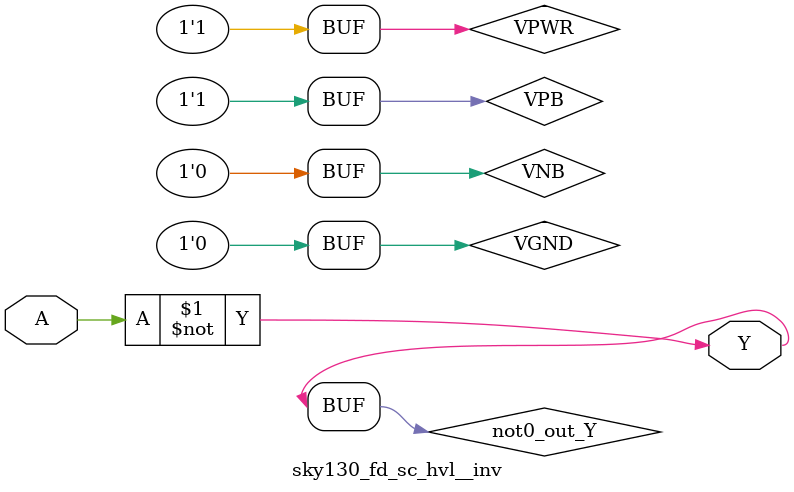
<source format=v>
/*
 * Copyright 2020 The SkyWater PDK Authors
 *
 * Licensed under the Apache License, Version 2.0 (the "License");
 * you may not use this file except in compliance with the License.
 * You may obtain a copy of the License at
 *
 *     https://www.apache.org/licenses/LICENSE-2.0
 *
 * Unless required by applicable law or agreed to in writing, software
 * distributed under the License is distributed on an "AS IS" BASIS,
 * WITHOUT WARRANTIES OR CONDITIONS OF ANY KIND, either express or implied.
 * See the License for the specific language governing permissions and
 * limitations under the License.
 *
 * SPDX-License-Identifier: Apache-2.0
*/


`ifndef SKY130_FD_SC_HVL__INV_BEHAVIORAL_V
`define SKY130_FD_SC_HVL__INV_BEHAVIORAL_V

/**
 * inv: Inverter.
 *
 * Verilog simulation functional model.
 */

`timescale 1ns / 1ps
`default_nettype none

`celldefine
module sky130_fd_sc_hvl__inv (
    Y,
    A
);

    // Module ports
    output Y;
    input  A;

    // Module supplies
    supply1 VPWR;
    supply0 VGND;
    supply1 VPB ;
    supply0 VNB ;

    // Local signals
    wire not0_out_Y;

    //  Name  Output      Other arguments
    not not0 (not0_out_Y, A              );
    buf buf0 (Y         , not0_out_Y     );

endmodule
`endcelldefine

`default_nettype wire
`endif  // SKY130_FD_SC_HVL__INV_BEHAVIORAL_V
</source>
